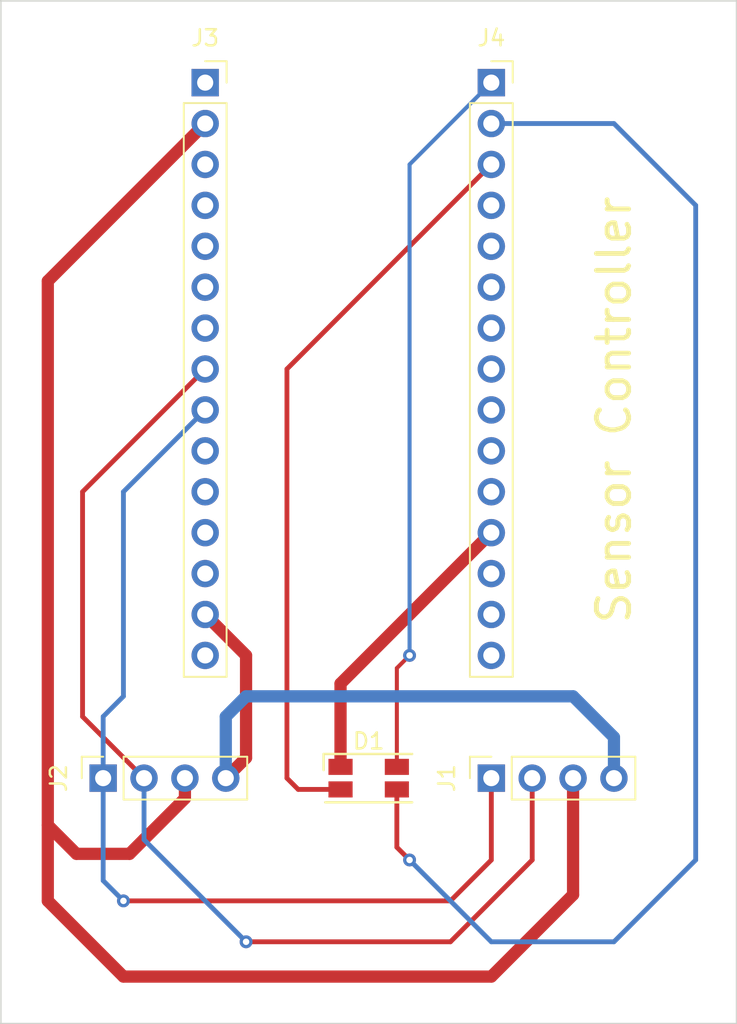
<source format=kicad_pcb>
(kicad_pcb (version 20211014) (generator pcbnew)
  (layers (0 "F.Cu" signal) (31 "B.Cu" signal) (34 "B.Paste" user) (35 "F.Paste" user) (36 "B.SilkS" user "B.Silkscreen") (37 "F.SilkS" user "F.Silkscreen") (38 "B.Mask" user) (39 "F.Mask" user) (44 "Edge.Cuts" user))
  (net 0 "")
  (net 1 "Net-(D1-Pad1)")
  (net 2 "Net-(D1-Pad2)")
  (net 3 "Net-(D1-Pad3)")
  (net 4 "Net-(D1-Pad4)")
  (net 5 "Net-(J1-Pad1)")
  (net 6 "Net-(J1-Pad2)")
  (net 7 "Net-(J1-Pad3)")
  (net 8 "Net-(J1-Pad4)")
  (footprint "Connector_PinSocket_2.54mm:PinSocket_1x04_P2.54mm_Vertical" (layer "F.Cu") (at 123.2 111.76 90)
    (fp_text reference "J2" (at 0 -2.77 90) (layer "F.SilkS"))
    (fp_text value "Conn_01x04_Female")
    (fp_line (start -1.33 1.27) (end 1.33 1.27) (layer "F.SilkS") (width 0.12))
    (fp_line (start 1.33 1.27) (end 1.33 8.95) (layer "F.SilkS") (width 0.12))
    (fp_line (start 1.33 -1.33) (end 1.33 0) (layer "F.SilkS") (width 0.12))
    (fp_line (start -1.33 8.95) (end 1.33 8.95) (layer "F.SilkS") (width 0.12))
    (fp_line (start -1.33 1.27) (end -1.33 8.95) (layer "F.SilkS") (width 0.12))
    (fp_line (start 0 -1.33) (end 1.33 -1.33) (layer "F.SilkS") (width 0.12))
    (pad "1" thru_hole rect (at 0 0 90) (size 1.7 1.7) (drill 1) (layers *.Cu *.Mask) (net 5 "Net-(J1-Pad1)"))
    (pad "2" thru_hole oval (at 0 2.54 90) (size 1.7 1.7) (drill 1) (layers *.Cu *.Mask) (net 6 "Net-(J1-Pad2)"))
    (pad "3" thru_hole oval (at 0 5.08 90) (size 1.7 1.7) (drill 1) (layers *.Cu *.Mask) (net 7 "Net-(J1-Pad3)"))
    (pad "4" thru_hole oval (at 0 7.62 90) (size 1.7 1.7) (drill 1) (layers *.Cu *.Mask) (net 8 "Net-(J1-Pad4)"))
  )
  (footprint "LED_SMD:LED_RGB_1210" (layer "F.Cu") (at 139.7 111.76)
    (fp_text reference "D1" (at 0 -2.3) (layer "F.SilkS"))
    (fp_text value "LED_ABGR")
    (fp_line (start 2.7 1.5) (end -2.7 1.5) (layer "F.SilkS") (width 0.15))
    (fp_line (start 2.7 -1.5) (end -2.8 -1.5) (layer "F.SilkS") (width 0.15))
    (fp_line (start -2.8 -0.5) (end -2.8 -1.5) (layer "F.SilkS") (width 0.15))
    (pad "1" smd rect (at -1.75 -0.7 180) (size 1.5 1) (layers "F.Cu" "F.Paste" "F.Mask") (net 1 "Net-(D1-Pad1)"))
    (pad "2" smd rect (at -1.75 0.7 180) (size 1.5 1) (layers "F.Cu" "F.Paste" "F.Mask") (net 2 "Net-(D1-Pad2)"))
    (pad "3" smd rect (at 1.75 0.7 180) (size 1.5 1) (layers "F.Cu" "F.Paste" "F.Mask") (net 3 "Net-(D1-Pad3)"))
    (pad "4" smd rect (at 1.75 -0.7 180) (size 1.5 1) (layers "F.Cu" "F.Paste" "F.Mask") (net 4 "Net-(D1-Pad4)"))
  )
  (footprint "Connector_PinSocket_2.54mm:PinSocket_1x15_P2.54mm_Vertical" (layer "F.Cu") (at 129.54 68.58)
    (fp_text reference "J3" (at 0 -2.77) (layer "F.SilkS"))
    (fp_text value "Conn_01x15_Female")
    (fp_line (start 1.33 1.27) (end 1.33 36.89) (layer "F.SilkS") (width 0.12))
    (fp_line (start 1.33 -1.33) (end 1.33 0) (layer "F.SilkS") (width 0.12))
    (fp_line (start -1.33 36.89) (end 1.33 36.89) (layer "F.SilkS") (width 0.12))
    (fp_line (start 0 -1.33) (end 1.33 -1.33) (layer "F.SilkS") (width 0.12))
    (fp_line (start -1.33 1.27) (end -1.33 36.89) (layer "F.SilkS") (width 0.12))
    (fp_line (start -1.33 1.27) (end 1.33 1.27) (layer "F.SilkS") (width 0.12))
    (pad "1" thru_hole rect (at 0 0) (size 1.7 1.7) (drill 1) (layers *.Cu *.Mask))
    (pad "2" thru_hole oval (at 0 2.54) (size 1.7 1.7) (drill 1) (layers *.Cu *.Mask) (net 7 "Net-(J1-Pad3)"))
    (pad "3" thru_hole oval (at 0 5.08) (size 1.7 1.7) (drill 1) (layers *.Cu *.Mask))
    (pad "4" thru_hole oval (at 0 7.62) (size 1.7 1.7) (drill 1) (layers *.Cu *.Mask))
    (pad "5" thru_hole oval (at 0 10.16) (size 1.7 1.7) (drill 1) (layers *.Cu *.Mask))
    (pad "6" thru_hole oval (at 0 12.7) (size 1.7 1.7) (drill 1) (layers *.Cu *.Mask))
    (pad "7" thru_hole oval (at 0 15.24) (size 1.7 1.7) (drill 1) (layers *.Cu *.Mask))
    (pad "8" thru_hole oval (at 0 17.78) (size 1.7 1.7) (drill 1) (layers *.Cu *.Mask) (net 6 "Net-(J1-Pad2)"))
    (pad "9" thru_hole oval (at 0 20.32) (size 1.7 1.7) (drill 1) (layers *.Cu *.Mask) (net 5 "Net-(J1-Pad1)"))
    (pad "10" thru_hole oval (at 0 22.86) (size 1.7 1.7) (drill 1) (layers *.Cu *.Mask))
    (pad "11" thru_hole oval (at 0 25.4) (size 1.7 1.7) (drill 1) (layers *.Cu *.Mask))
    (pad "12" thru_hole oval (at 0 27.94) (size 1.7 1.7) (drill 1) (layers *.Cu *.Mask))
    (pad "13" thru_hole oval (at 0 30.48) (size 1.7 1.7) (drill 1) (layers *.Cu *.Mask))
    (pad "14" thru_hole oval (at 0 33.02) (size 1.7 1.7) (drill 1) (layers *.Cu *.Mask) (net 8 "Net-(J1-Pad4)"))
    (pad "15" thru_hole oval (at 0 35.56) (size 1.7 1.7) (drill 1) (layers *.Cu *.Mask))
  )
  (footprint "Connector_PinSocket_2.54mm:PinSocket_1x15_P2.54mm_Vertical" (layer "F.Cu") (at 147.32 68.58)
    (fp_text reference "J4" (at 0 -2.77) (layer "F.SilkS"))
    (fp_text value "Conn_01x15_Female")
    (fp_line (start -1.33 36.89) (end 1.33 36.89) (layer "F.SilkS") (width 0.12))
    (fp_line (start -1.33 1.27) (end 1.33 1.27) (layer "F.SilkS") (width 0.12))
    (fp_line (start -1.33 1.27) (end -1.33 36.89) (layer "F.SilkS") (width 0.12))
    (fp_line (start 1.33 1.27) (end 1.33 36.89) (layer "F.SilkS") (width 0.12))
    (fp_line (start 1.33 -1.33) (end 1.33 0) (layer "F.SilkS") (width 0.12))
    (fp_line (start 0 -1.33) (end 1.33 -1.33) (layer "F.SilkS") (width 0.12))
    (pad "1" thru_hole rect (at 0 0) (size 1.7 1.7) (drill 1) (layers *.Cu *.Mask) (net 4 "Net-(D1-Pad4)"))
    (pad "2" thru_hole oval (at 0 2.54) (size 1.7 1.7) (drill 1) (layers *.Cu *.Mask) (net 3 "Net-(D1-Pad3)"))
    (pad "3" thru_hole oval (at 0 5.08) (size 1.7 1.7) (drill 1) (layers *.Cu *.Mask) (net 2 "Net-(D1-Pad2)"))
    (pad "4" thru_hole oval (at 0 7.62) (size 1.7 1.7) (drill 1) (layers *.Cu *.Mask))
    (pad "5" thru_hole oval (at 0 10.16) (size 1.7 1.7) (drill 1) (layers *.Cu *.Mask))
    (pad "6" thru_hole oval (at 0 12.7) (size 1.7 1.7) (drill 1) (layers *.Cu *.Mask))
    (pad "7" thru_hole oval (at 0 15.24) (size 1.7 1.7) (drill 1) (layers *.Cu *.Mask))
    (pad "8" thru_hole oval (at 0 17.78) (size 1.7 1.7) (drill 1) (layers *.Cu *.Mask))
    (pad "9" thru_hole oval (at 0 20.32) (size 1.7 1.7) (drill 1) (layers *.Cu *.Mask))
    (pad "10" thru_hole oval (at 0 22.86) (size 1.7 1.7) (drill 1) (layers *.Cu *.Mask))
    (pad "11" thru_hole oval (at 0 25.4) (size 1.7 1.7) (drill 1) (layers *.Cu *.Mask))
    (pad "12" thru_hole oval (at 0 27.94) (size 1.7 1.7) (drill 1) (layers *.Cu *.Mask) (net 1 "Net-(D1-Pad1)"))
    (pad "13" thru_hole oval (at 0 30.48) (size 1.7 1.7) (drill 1) (layers *.Cu *.Mask))
    (pad "14" thru_hole oval (at 0 33.02) (size 1.7 1.7) (drill 1) (layers *.Cu *.Mask))
    (pad "15" thru_hole oval (at 0 35.56) (size 1.7 1.7) (drill 1) (layers *.Cu *.Mask))
  )
  (footprint "Connector_PinSocket_2.54mm:PinSocket_1x04_P2.54mm_Vertical" (layer "F.Cu") (at 147.32 111.76 90)
    (fp_text reference "J1" (at 0 -2.77 90) (layer "F.SilkS"))
    (fp_text value "Conn_01x04_Female")
    (fp_line (start -1.33 1.27) (end 1.33 1.27) (layer "F.SilkS") (width 0.12))
    (fp_line (start -1.33 1.27) (end -1.33 8.95) (layer "F.SilkS") (width 0.12))
    (fp_line (start -1.33 8.95) (end 1.33 8.95) (layer "F.SilkS") (width 0.12))
    (fp_line (start 0 -1.33) (end 1.33 -1.33) (layer "F.SilkS") (width 0.12))
    (fp_line (start 1.33 -1.33) (end 1.33 0) (layer "F.SilkS") (width 0.12))
    (fp_line (start 1.33 1.27) (end 1.33 8.95) (layer "F.SilkS") (width 0.12))
    (pad "1" thru_hole rect (at 0 0 90) (size 1.7 1.7) (drill 1) (layers *.Cu *.Mask) (net 5 "Net-(J1-Pad1)"))
    (pad "2" thru_hole oval (at 0 2.54 90) (size 1.7 1.7) (drill 1) (layers *.Cu *.Mask) (net 6 "Net-(J1-Pad2)"))
    (pad "3" thru_hole oval (at 0 5.08 90) (size 1.7 1.7) (drill 1) (layers *.Cu *.Mask) (net 7 "Net-(J1-Pad3)"))
    (pad "4" thru_hole oval (at 0 7.62 90) (size 1.7 1.7) (drill 1) (layers *.Cu *.Mask) (net 8 "Net-(J1-Pad4)"))
  )
  (gr_line (start 116.84 127) (end 116.84 63.5) (layer "Edge.Cuts") (width 0.1))
  (gr_line (start 162.56 127) (end 116.84 127) (layer "Edge.Cuts") (width 0.1))
  (gr_line (start 162.56 63.5) (end 162.56 127) (layer "Edge.Cuts") (width 0.1))
  (gr_line (start 116.84 63.5) (end 162.56 63.5) (layer "Edge.Cuts") (width 0.1))
  (gr_text "Sensor Controller" (at 154.94 88.9 90) (layer "F.SilkS") (effects (font (size 2 2) (thickness 0.3))))
  (segment (start 137.95 105.89) (end 147.32 96.52) (width 0.76) (layer "F.Cu") (net 1))
  (segment (start 137.95 111.06) (end 137.95 105.89) (width 0.76) (layer "F.Cu") (net 1))
  (segment (start 134.62 86.36) (end 147.32 73.66) (width 0.3) (layer "F.Cu") (net 2))
  (segment (start 134.62 111.76) (end 134.62 86.36) (width 0.3) (layer "F.Cu") (net 2))
  (segment (start 135.32 112.46) (end 134.62 111.76) (width 0.3) (layer "F.Cu") (net 2))
  (segment (start 137.95 112.46) (end 135.32 112.46) (width 0.3) (layer "F.Cu") (net 2))
  (segment (start 141.45 112.46) (end 141.45 116.05) (width 0.3) (layer "F.Cu") (net 3))
  (segment (start 141.45 116.05) (end 142.24 116.84) (width 0.3) (layer "F.Cu") (net 3))
  (via (at 142.24 116.84) (size 0.8) (drill 0.4) (layers "F.Cu" "B.Cu") (net 3))
  (segment (start 154.94 121.92) (end 160.02 116.84) (width 0.3) (layer "B.Cu") (net 3))
  (segment (start 160.02 116.84) (end 160.02 76.2) (width 0.3) (layer "B.Cu") (net 3))
  (segment (start 142.24 116.84) (end 147.32 121.92) (width 0.3) (layer "B.Cu") (net 3))
  (segment (start 154.94 71.12) (end 147.32 71.12) (width 0.3) (layer "B.Cu") (net 3))
  (segment (start 147.32 121.92) (end 154.94 121.92) (width 0.3) (layer "B.Cu") (net 3))
  (segment (start 160.02 76.2) (end 154.94 71.12) (width 0.3) (layer "B.Cu") (net 3))
  (segment (start 141.45 111.06) (end 141.45 104.93) (width 0.25) (layer "F.Cu") (net 4))
  (segment (start 141.45 104.93) (end 142.24 104.14) (width 0.25) (layer "F.Cu") (net 4))
  (via (at 142.24 104.14) (size 0.8) (drill 0.4) (layers "F.Cu" "B.Cu") (net 4))
  (segment (start 142.24 104.14) (end 142.24 73.66) (width 0.25) (layer "B.Cu") (net 4))
  (segment (start 142.24 73.66) (end 147.32 68.58) (width 0.25) (layer "B.Cu") (net 4))
  (segment (start 147.32 116.84) (end 144.78 119.38) (width 0.3) (layer "F.Cu") (net 5))
  (segment (start 147.32 111.76) (end 147.32 116.84) (width 0.3) (layer "F.Cu") (net 5))
  (segment (start 144.78 119.38) (end 124.46 119.38) (width 0.3) (layer "F.Cu") (net 5))
  (via (at 124.46 119.38) (size 0.8) (drill 0.4) (layers "F.Cu" "B.Cu") (net 5))
  (segment (start 123.2 118.12) (end 123.2 111.76) (width 0.3) (layer "B.Cu") (net 5))
  (segment (start 123.2 107.94) (end 123.2 111.76) (width 0.3) (layer "B.Cu") (net 5))
  (segment (start 124.46 93.98) (end 124.46 106.68) (width 0.3) (layer "B.Cu") (net 5))
  (segment (start 129.54 88.9) (end 124.46 93.98) (width 0.3) (layer "B.Cu") (net 5))
  (segment (start 124.46 106.68) (end 123.2 107.94) (width 0.3) (layer "B.Cu") (net 5))
  (segment (start 124.46 119.38) (end 123.2 118.12) (width 0.3) (layer "B.Cu") (net 5))
  (segment (start 129.54 86.36) (end 121.92 93.98) (width 0.3) (layer "F.Cu") (net 6))
  (segment (start 149.86 116.84) (end 144.78 121.92) (width 0.3) (layer "F.Cu") (net 6))
  (segment (start 121.92 93.98) (end 121.92 107.94) (width 0.3) (layer "F.Cu") (net 6))
  (segment (start 121.92 107.94) (end 125.74 111.76) (width 0.3) (layer "F.Cu") (net 6))
  (segment (start 144.78 121.92) (end 132.08 121.92) (width 0.3) (layer "F.Cu") (net 6))
  (segment (start 149.86 111.76) (end 149.86 116.84) (width 0.3) (layer "F.Cu") (net 6))
  (via (at 132.08 121.92) (size 0.8) (drill 0.4) (layers "F.Cu" "B.Cu") (net 6))
  (segment (start 132.08 121.92) (end 125.74 115.58) (width 0.3) (layer "B.Cu") (net 6))
  (segment (start 125.74 115.58) (end 125.74 111.76) (width 0.3) (layer "B.Cu") (net 6))
  (segment (start 121.54 116.46) (end 124.84 116.46) (width 0.76) (layer "F.Cu") (net 7))
  (segment (start 124.84 116.46) (end 125.73 115.57) (width 0.76) (layer "F.Cu") (net 7))
  (segment (start 129.54 71.12) (end 119.76 80.9) (width 0.76) (layer "F.Cu") (net 7))
  (segment (start 147.32 124.08) (end 124.46 124.08) (width 0.76) (layer "F.Cu") (net 7))
  (segment (start 152.4 111.76) (end 152.4 119) (width 0.76) (layer "F.Cu") (net 7))
  (segment (start 119.76 114.68) (end 121.54 116.46) (width 0.76) (layer "F.Cu") (net 7))
  (segment (start 119.76 80.9) (end 119.76 114.68) (width 0.76) (layer "F.Cu") (net 7))
  (segment (start 119.76 119.38) (end 119.76 114.68) (width 0.76) (layer "F.Cu") (net 7))
  (segment (start 124.46 124.08) (end 119.76 119.38) (width 0.76) (layer "F.Cu") (net 7))
  (segment (start 128.28 113.02) (end 128.28 111.76) (width 0.76) (layer "F.Cu") (net 7))
  (segment (start 125.73 115.57) (end 128.28 113.02) (width 0.76) (layer "F.Cu") (net 7))
  (segment (start 152.4 119) (end 147.32 124.08) (width 0.76) (layer "F.Cu") (net 7))
  (segment (start 132.08 110.5) (end 130.82 111.76) (width 0.76) (layer "F.Cu") (net 8))
  (segment (start 129.54 101.6) (end 132.08 104.14) (width 0.76) (layer "F.Cu") (net 8))
  (segment (start 132.08 104.14) (end 132.08 110.5) (width 0.76) (layer "F.Cu") (net 8))
  (segment (start 130.82 111.76) (end 130.82 107.94) (width 0.76) (layer "B.Cu") (net 8))
  (segment (start 152.4 106.68) (end 154.94 109.22) (width 0.76) (layer "B.Cu") (net 8))
  (segment (start 130.82 107.94) (end 132.08 106.68) (width 0.76) (layer "B.Cu") (net 8))
  (segment (start 132.08 106.68) (end 152.4 106.68) (width 0.76) (layer "B.Cu") (net 8))
  (segment (start 154.94 109.22) (end 154.94 111.76) (width 0.76) (layer "B.Cu") (net 8))
)
</source>
